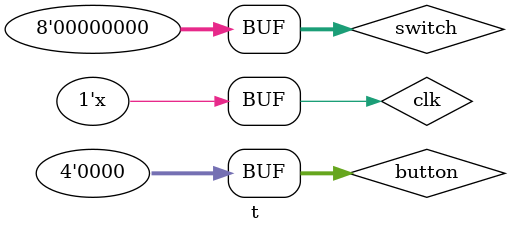
<source format=v>
`timescale 1ns / 1ps


module t;

	// Inputs
	reg clk;
	reg [7:0] switch;
	reg [3:0] button;

	// Outputs
	wire [6:0] digits;
	wire [7:0] led;
	wire [3:0] sel;

	// Instantiate the Unit Under Test (UUT)
	top uut (
		.clk(clk), 
		.switch(switch), 
		.button(button), 
		.digits(digits), 
		.led(led), 
		.sel(sel)
	);

	initial begin
		// Initialize Inputs
		clk = 0;
		switch = 0;
		button = 0;

		// Wait 100 ns for global reset to finish
		#100;
        
		// Add stimulus here
		switch[1]=1;
		#100;
		switch[1]=0;
		#100;
		button[3]=1;
		#100;
		button[3]=0;
		#100;
		button[3]=1;
		#100;
		button[3]=0;
		#100
		button[3]=1;
		#100
		button[3]=0;
		#100
		button[2]=1;
		#100
		button[2]=0;
		#100
		switch[3]=1;
		#100
		button[3]=1;
		#100
		button[3]=0;
		#100
		button[3]=1;
		#100
		button[3]=0;
		#100
		button[2]=1;
		#100
		button[2]=0;
		#100
		switch[3]=0;
		
	end
   always #1 clk=~clk;
endmodule


</source>
